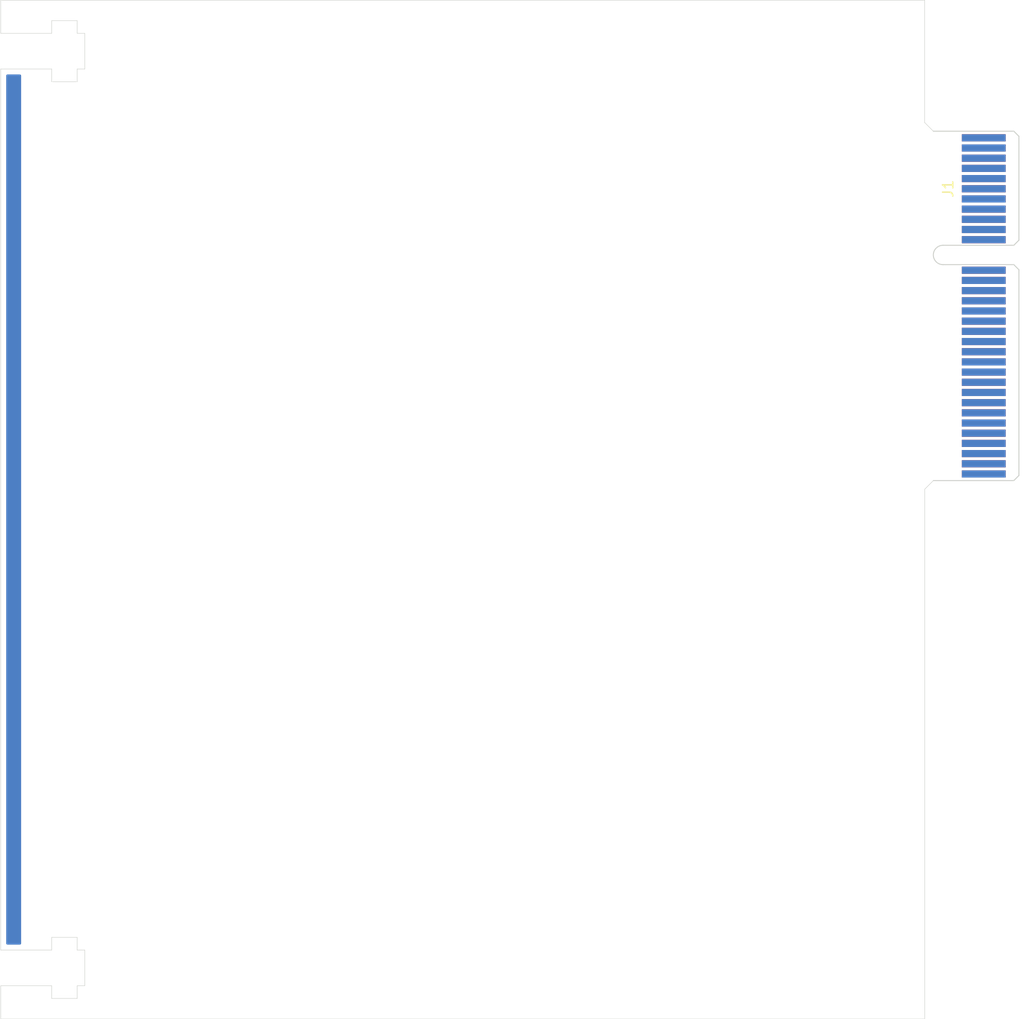
<source format=kicad_pcb>
(kicad_pcb (version 20171130) (host pcbnew 5.1.4)

  (general
    (thickness 1.6)
    (drawings 85)
    (tracks 0)
    (zones 0)
    (modules 1)
    (nets 65)
  )

  (page A4)
  (layers
    (0 F.Cu signal)
    (31 B.Cu signal)
    (32 B.Adhes user)
    (33 F.Adhes user)
    (34 B.Paste user)
    (35 F.Paste user)
    (36 B.SilkS user)
    (37 F.SilkS user)
    (38 B.Mask user)
    (39 F.Mask user)
    (40 Dwgs.User user)
    (41 Cmts.User user)
    (42 Eco1.User user)
    (43 Eco2.User user)
    (44 Edge.Cuts user)
    (45 Margin user)
    (46 B.CrtYd user)
    (47 F.CrtYd user)
    (48 B.Fab user)
    (49 F.Fab user)
  )

  (setup
    (last_trace_width 0.25)
    (trace_clearance 0.2)
    (zone_clearance 0.508)
    (zone_45_only no)
    (trace_min 0.2)
    (via_size 0.8)
    (via_drill 0.4)
    (via_min_size 0.4)
    (via_min_drill 0.3)
    (uvia_size 0.3)
    (uvia_drill 0.1)
    (uvias_allowed no)
    (uvia_min_size 0.2)
    (uvia_min_drill 0.1)
    (edge_width 0.05)
    (segment_width 0.2)
    (pcb_text_width 0.3)
    (pcb_text_size 1.5 1.5)
    (mod_edge_width 0.12)
    (mod_text_size 1 1)
    (mod_text_width 0.15)
    (pad_size 1.524 1.524)
    (pad_drill 0.762)
    (pad_to_mask_clearance 0.051)
    (solder_mask_min_width 0.25)
    (aux_axis_origin 0 0)
    (visible_elements FFFFFF7F)
    (pcbplotparams
      (layerselection 0x010fc_ffffffff)
      (usegerberextensions false)
      (usegerberattributes false)
      (usegerberadvancedattributes false)
      (creategerberjobfile false)
      (excludeedgelayer true)
      (linewidth 0.100000)
      (plotframeref false)
      (viasonmask false)
      (mode 1)
      (useauxorigin false)
      (hpglpennumber 1)
      (hpglpenspeed 20)
      (hpglpendiameter 15.000000)
      (psnegative false)
      (psa4output false)
      (plotreference true)
      (plotvalue true)
      (plotinvisibletext false)
      (padsonsilk false)
      (subtractmaskfromsilk false)
      (outputformat 1)
      (mirror false)
      (drillshape 1)
      (scaleselection 1)
      (outputdirectory ""))
  )

  (net 0 "")
  (net 1 "Net-(J1-PadA13)")
  (net 2 "Net-(J1-PadA12)")
  (net 3 "Net-(J1-PadA18)")
  (net 4 "Net-(J1-PadA17)")
  (net 5 "Net-(J1-PadA16)")
  (net 6 "Net-(J1-PadA15)")
  (net 7 "Net-(J1-PadA14)")
  (net 8 "Net-(J1-PadA11)")
  (net 9 "Net-(J1-PadA10)")
  (net 10 "Net-(J1-PadA9)")
  (net 11 "Net-(J1-PadA8)")
  (net 12 "Net-(J1-PadA7)")
  (net 13 "Net-(J1-PadA6)")
  (net 14 "Net-(J1-PadA5)")
  (net 15 "Net-(J1-PadA4)")
  (net 16 "Net-(J1-PadA3)")
  (net 17 "Net-(J1-PadA2)")
  (net 18 "Net-(J1-PadB13)")
  (net 19 "Net-(J1-PadB12)")
  (net 20 "Net-(J1-PadB18)")
  (net 21 "Net-(J1-PadB17)")
  (net 22 "Net-(J1-PadB16)")
  (net 23 "Net-(J1-PadB15)")
  (net 24 "Net-(J1-PadB14)")
  (net 25 "Net-(J1-PadB11)")
  (net 26 "Net-(J1-PadB10)")
  (net 27 "Net-(J1-PadB9)")
  (net 28 "Net-(J1-PadB8)")
  (net 29 "Net-(J1-PadB7)")
  (net 30 "Net-(J1-PadB6)")
  (net 31 "Net-(J1-PadB5)")
  (net 32 "Net-(J1-PadB4)")
  (net 33 "Net-(J1-PadB3)")
  (net 34 "Net-(J1-PadB2)")
  (net 35 "Net-(J1-PadB1)")
  (net 36 "Net-(J1-PadB19)")
  (net 37 "Net-(J1-PadB20)")
  (net 38 "Net-(J1-PadB21)")
  (net 39 "Net-(J1-PadB22)")
  (net 40 "Net-(J1-PadB23)")
  (net 41 "Net-(J1-PadB24)")
  (net 42 "Net-(J1-PadB25)")
  (net 43 "Net-(J1-PadB26)")
  (net 44 "Net-(J1-PadB27)")
  (net 45 "Net-(J1-PadB28)")
  (net 46 "Net-(J1-PadB29)")
  (net 47 "Net-(J1-PadB30)")
  (net 48 "Net-(J1-PadB32)")
  (net 49 "Net-(J1-PadA19)")
  (net 50 "Net-(J1-PadA20)")
  (net 51 "Net-(J1-PadA21)")
  (net 52 "Net-(J1-PadA22)")
  (net 53 "Net-(J1-PadA23)")
  (net 54 "Net-(J1-PadA24)")
  (net 55 "Net-(J1-PadA25)")
  (net 56 "Net-(J1-PadA26)")
  (net 57 "Net-(J1-PadA27)")
  (net 58 "Net-(J1-PadA28)")
  (net 59 "Net-(J1-PadA29)")
  (net 60 "Net-(J1-PadA30)")
  (net 61 "Net-(J1-PadA31)")
  (net 62 "Net-(J1-PadA32)")
  (net 63 "Net-(J1-PadB31)")
  (net 64 "Net-(J1-PadA1)")

  (net_class Default "To jest domyślna klasa połączeń."
    (clearance 0.2)
    (trace_width 0.25)
    (via_dia 0.8)
    (via_drill 0.4)
    (uvia_dia 0.3)
    (uvia_drill 0.1)
    (add_net "Net-(J1-PadA1)")
    (add_net "Net-(J1-PadA10)")
    (add_net "Net-(J1-PadA11)")
    (add_net "Net-(J1-PadA12)")
    (add_net "Net-(J1-PadA13)")
    (add_net "Net-(J1-PadA14)")
    (add_net "Net-(J1-PadA15)")
    (add_net "Net-(J1-PadA16)")
    (add_net "Net-(J1-PadA17)")
    (add_net "Net-(J1-PadA18)")
    (add_net "Net-(J1-PadA19)")
    (add_net "Net-(J1-PadA2)")
    (add_net "Net-(J1-PadA20)")
    (add_net "Net-(J1-PadA21)")
    (add_net "Net-(J1-PadA22)")
    (add_net "Net-(J1-PadA23)")
    (add_net "Net-(J1-PadA24)")
    (add_net "Net-(J1-PadA25)")
    (add_net "Net-(J1-PadA26)")
    (add_net "Net-(J1-PadA27)")
    (add_net "Net-(J1-PadA28)")
    (add_net "Net-(J1-PadA29)")
    (add_net "Net-(J1-PadA3)")
    (add_net "Net-(J1-PadA30)")
    (add_net "Net-(J1-PadA31)")
    (add_net "Net-(J1-PadA32)")
    (add_net "Net-(J1-PadA4)")
    (add_net "Net-(J1-PadA5)")
    (add_net "Net-(J1-PadA6)")
    (add_net "Net-(J1-PadA7)")
    (add_net "Net-(J1-PadA8)")
    (add_net "Net-(J1-PadA9)")
    (add_net "Net-(J1-PadB1)")
    (add_net "Net-(J1-PadB10)")
    (add_net "Net-(J1-PadB11)")
    (add_net "Net-(J1-PadB12)")
    (add_net "Net-(J1-PadB13)")
    (add_net "Net-(J1-PadB14)")
    (add_net "Net-(J1-PadB15)")
    (add_net "Net-(J1-PadB16)")
    (add_net "Net-(J1-PadB17)")
    (add_net "Net-(J1-PadB18)")
    (add_net "Net-(J1-PadB19)")
    (add_net "Net-(J1-PadB2)")
    (add_net "Net-(J1-PadB20)")
    (add_net "Net-(J1-PadB21)")
    (add_net "Net-(J1-PadB22)")
    (add_net "Net-(J1-PadB23)")
    (add_net "Net-(J1-PadB24)")
    (add_net "Net-(J1-PadB25)")
    (add_net "Net-(J1-PadB26)")
    (add_net "Net-(J1-PadB27)")
    (add_net "Net-(J1-PadB28)")
    (add_net "Net-(J1-PadB29)")
    (add_net "Net-(J1-PadB3)")
    (add_net "Net-(J1-PadB30)")
    (add_net "Net-(J1-PadB31)")
    (add_net "Net-(J1-PadB32)")
    (add_net "Net-(J1-PadB4)")
    (add_net "Net-(J1-PadB5)")
    (add_net "Net-(J1-PadB6)")
    (add_net "Net-(J1-PadB7)")
    (add_net "Net-(J1-PadB8)")
    (add_net "Net-(J1-PadB9)")
  )

  (module kicad-lib:BUS_PCIexpress_x4 (layer F.Cu) (tedit 5DF00CDD) (tstamp 5DF06A12)
    (at 200 83 90)
    (descr "PCIexpress Bus Edge Connector x1 http://www.ritrontek.com/uploadfile/2016/1026/20161026105231124.pdf#page=70")
    (tags PCIe)
    (path /5DEFE969)
    (attr virtual)
    (fp_text reference J1 (at 6.4935 -6.9925 90) (layer F.SilkS)
      (effects (font (size 1 1) (thickness 0.15)))
    )
    (fp_text value 10018784-10201TLF (at -2.0525 -11.5025 90) (layer F.Fab)
      (effects (font (size 1 1) (thickness 0.15)))
    )
    (fp_arc (start -0.0065 -7.4925) (end -0.9565 -7.4925) (angle 180) (layer Edge.Cuts) (width 0.1))
    (fp_text user "PCB Thickness 1.57 mm" (at 6.4935 -0.6925 270) (layer Cmts.User)
      (effects (font (size 0.5 0.5) (thickness 0.1)))
    )
    (fp_line (start -22.1565 -0.5425) (end -21.6565 -0.0425) (layer Edge.Cuts) (width 0.1))
    (fp_line (start -0.9565 -0.5425) (end -1.4565 -0.0425) (layer Edge.Cuts) (width 0.1))
    (fp_line (start 0.9435 -0.5425) (end 1.4435 -0.0425) (layer Edge.Cuts) (width 0.1))
    (fp_line (start 12.1435 -0.5425) (end 11.6435 -0.0425) (layer Edge.Cuts) (width 0.1))
    (fp_line (start -1.4565 -0.0425) (end -21.6565 -0.0425) (layer Edge.Cuts) (width 0.1))
    (fp_line (start -22.1565 -8.4425) (end -22.1565 -0.5425) (layer Edge.Cuts) (width 0.1))
    (fp_line (start 11.6435 -0.0425) (end 1.4435 -0.0425) (layer Edge.Cuts) (width 0.1))
    (fp_line (start 12.1435 -8.4425) (end 12.1435 -0.5425) (layer Edge.Cuts) (width 0.1))
    (fp_line (start -0.9565 -7.4925) (end -0.9565 -0.5425) (layer Edge.Cuts) (width 0.1))
    (fp_line (start 0.9435 -7.4925) (end 0.9435 -0.5425) (layer Edge.Cuts) (width 0.1))
    (fp_line (start -22.6565 0.4575) (end 12.6435 0.4575) (layer F.CrtYd) (width 0.05))
    (fp_line (start -22.6565 0.4575) (end -22.6565 -8.9425) (layer F.CrtYd) (width 0.05))
    (fp_line (start 12.6435 -8.9425) (end 12.6435 0.4575) (layer F.CrtYd) (width 0.05))
    (fp_line (start 12.6435 -8.9425) (end -22.6565 -8.9425) (layer F.CrtYd) (width 0.05))
    (fp_text user %R (at -4.5065 -6.9925 90) (layer F.Fab)
      (effects (font (size 1 1) (thickness 0.15)))
    )
    (pad A13 connect rect (at -2.5065 -3.4925 90) (size 0.7 4.3) (layers B.Cu B.Mask)
      (net 1 "Net-(J1-PadA13)"))
    (pad A12 connect rect (at -1.5065 -3.4925 90) (size 0.7 4.3) (layers B.Cu B.Mask)
      (net 2 "Net-(J1-PadA12)"))
    (pad A18 connect rect (at -7.5065 -3.4925 90) (size 0.7 4.3) (layers B.Cu B.Mask)
      (net 3 "Net-(J1-PadA18)"))
    (pad A17 connect rect (at -6.5065 -3.4925 90) (size 0.7 4.3) (layers B.Cu B.Mask)
      (net 4 "Net-(J1-PadA17)"))
    (pad A16 connect rect (at -5.5065 -3.4925 90) (size 0.7 4.3) (layers B.Cu B.Mask)
      (net 5 "Net-(J1-PadA16)"))
    (pad A15 connect rect (at -4.5065 -3.4925 90) (size 0.7 4.3) (layers B.Cu B.Mask)
      (net 6 "Net-(J1-PadA15)"))
    (pad A14 connect rect (at -3.5065 -3.4925 90) (size 0.7 4.3) (layers B.Cu B.Mask)
      (net 7 "Net-(J1-PadA14)"))
    (pad A11 connect rect (at 1.4935 -3.4925 90) (size 0.7 4.3) (layers B.Cu B.Mask)
      (net 8 "Net-(J1-PadA11)"))
    (pad A10 connect rect (at 2.4935 -3.4925 90) (size 0.7 4.3) (layers B.Cu B.Mask)
      (net 9 "Net-(J1-PadA10)"))
    (pad A9 connect rect (at 3.4935 -3.4925 90) (size 0.7 4.3) (layers B.Cu B.Mask)
      (net 10 "Net-(J1-PadA9)"))
    (pad A8 connect rect (at 4.4935 -3.4925 90) (size 0.7 4.3) (layers B.Cu B.Mask)
      (net 11 "Net-(J1-PadA8)"))
    (pad A7 connect rect (at 5.4935 -3.4925 90) (size 0.7 4.3) (layers B.Cu B.Mask)
      (net 12 "Net-(J1-PadA7)"))
    (pad A6 connect rect (at 6.4935 -3.4925 90) (size 0.7 4.3) (layers B.Cu B.Mask)
      (net 13 "Net-(J1-PadA6)"))
    (pad A5 connect rect (at 7.4935 -3.4925 90) (size 0.7 4.3) (layers B.Cu B.Mask)
      (net 14 "Net-(J1-PadA5)"))
    (pad A4 connect rect (at 8.4935 -3.4925 90) (size 0.7 4.3) (layers B.Cu B.Mask)
      (net 15 "Net-(J1-PadA4)"))
    (pad A3 connect rect (at 9.4935 -3.4925 90) (size 0.7 4.3) (layers B.Cu B.Mask)
      (net 16 "Net-(J1-PadA3)"))
    (pad A2 connect rect (at 10.4935 -3.4925 90) (size 0.7 4.3) (layers B.Cu B.Mask)
      (net 17 "Net-(J1-PadA2)"))
    (pad B13 connect rect (at -2.5065 -3.4925 90) (size 0.7 4.3) (layers F.Cu F.Mask)
      (net 18 "Net-(J1-PadB13)"))
    (pad B12 connect rect (at -1.5065 -3.4925 90) (size 0.7 4.3) (layers F.Cu F.Mask)
      (net 19 "Net-(J1-PadB12)"))
    (pad B18 connect rect (at -7.5065 -3.4925 90) (size 0.7 4.3) (layers F.Cu F.Mask)
      (net 20 "Net-(J1-PadB18)"))
    (pad B17 connect rect (at -6.5065 -3.4925 90) (size 0.7 4.3) (layers F.Cu F.Mask)
      (net 21 "Net-(J1-PadB17)"))
    (pad B16 connect rect (at -5.5065 -3.4925 90) (size 0.7 4.3) (layers F.Cu F.Mask)
      (net 22 "Net-(J1-PadB16)"))
    (pad B15 connect rect (at -4.5065 -3.4925 90) (size 0.7 4.3) (layers F.Cu F.Mask)
      (net 23 "Net-(J1-PadB15)"))
    (pad B14 connect rect (at -3.5065 -3.4925 90) (size 0.7 4.3) (layers F.Cu F.Mask)
      (net 24 "Net-(J1-PadB14)"))
    (pad B11 connect rect (at 1.4935 -3.4925 90) (size 0.7 4.3) (layers F.Cu F.Mask)
      (net 25 "Net-(J1-PadB11)"))
    (pad B10 connect rect (at 2.4935 -3.4925 90) (size 0.7 4.3) (layers F.Cu F.Mask)
      (net 26 "Net-(J1-PadB10)"))
    (pad B9 connect rect (at 3.4935 -3.4925 90) (size 0.7 4.3) (layers F.Cu F.Mask)
      (net 27 "Net-(J1-PadB9)"))
    (pad B8 connect rect (at 4.4935 -3.4925 90) (size 0.7 4.3) (layers F.Cu F.Mask)
      (net 28 "Net-(J1-PadB8)"))
    (pad B7 connect rect (at 5.4935 -3.4925 90) (size 0.7 4.3) (layers F.Cu F.Mask)
      (net 29 "Net-(J1-PadB7)"))
    (pad B6 connect rect (at 6.4935 -3.4925 90) (size 0.7 4.3) (layers F.Cu F.Mask)
      (net 30 "Net-(J1-PadB6)"))
    (pad B5 connect rect (at 7.4935 -3.4925 90) (size 0.7 4.3) (layers F.Cu F.Mask)
      (net 31 "Net-(J1-PadB5)"))
    (pad B4 connect rect (at 8.4935 -3.4925 90) (size 0.7 4.3) (layers F.Cu F.Mask)
      (net 32 "Net-(J1-PadB4)"))
    (pad B3 connect rect (at 9.4935 -3.4925 90) (size 0.7 4.3) (layers F.Cu F.Mask)
      (net 33 "Net-(J1-PadB3)"))
    (pad B2 connect rect (at 10.4935 -3.4925 90) (size 0.7 4.3) (layers F.Cu F.Mask)
      (net 34 "Net-(J1-PadB2)"))
    (pad B1 connect rect (at 11.4935 -3.4925 90) (size 0.7 4.3) (layers F.Cu F.Mask)
      (net 35 "Net-(J1-PadB1)"))
    (pad B19 connect rect (at -8.5065 -3.4925 90) (size 0.7 4.3) (layers F.Cu F.Mask)
      (net 36 "Net-(J1-PadB19)"))
    (pad B20 connect rect (at -9.5065 -3.4925 90) (size 0.7 4.3) (layers F.Cu F.Mask)
      (net 37 "Net-(J1-PadB20)"))
    (pad B21 connect rect (at -10.5065 -3.4925 90) (size 0.7 4.3) (layers F.Cu F.Mask)
      (net 38 "Net-(J1-PadB21)"))
    (pad B22 connect rect (at -11.5065 -3.4925 90) (size 0.7 4.3) (layers F.Cu F.Mask)
      (net 39 "Net-(J1-PadB22)"))
    (pad B23 connect rect (at -12.5065 -3.4925 90) (size 0.7 4.3) (layers F.Cu F.Mask)
      (net 40 "Net-(J1-PadB23)"))
    (pad B24 connect rect (at -13.5065 -3.4925 90) (size 0.7 4.3) (layers F.Cu F.Mask)
      (net 41 "Net-(J1-PadB24)"))
    (pad B25 connect rect (at -14.5065 -3.4925 90) (size 0.7 4.3) (layers F.Cu F.Mask)
      (net 42 "Net-(J1-PadB25)"))
    (pad B26 connect rect (at -15.5065 -3.4925 90) (size 0.7 4.3) (layers F.Cu F.Mask)
      (net 43 "Net-(J1-PadB26)"))
    (pad B27 connect rect (at -16.5065 -3.4925 90) (size 0.7 4.3) (layers F.Cu F.Mask)
      (net 44 "Net-(J1-PadB27)"))
    (pad B28 connect rect (at -17.5065 -3.4925 90) (size 0.7 4.3) (layers F.Cu F.Mask)
      (net 45 "Net-(J1-PadB28)"))
    (pad B29 connect rect (at -18.5065 -3.4925 90) (size 0.7 4.3) (layers F.Cu F.Mask)
      (net 46 "Net-(J1-PadB29)"))
    (pad B30 connect rect (at -19.5065 -3.4925 90) (size 0.7 4.3) (layers F.Cu F.Mask)
      (net 47 "Net-(J1-PadB30)"))
    (pad B32 connect rect (at -21.5065 -3.4925 90) (size 0.7 4.3) (layers F.Cu F.Mask)
      (net 48 "Net-(J1-PadB32)"))
    (pad A19 connect rect (at -8.5065 -3.4925 90) (size 0.7 4.3) (layers B.Cu B.Mask)
      (net 49 "Net-(J1-PadA19)"))
    (pad A20 connect rect (at -9.5065 -3.4925 90) (size 0.7 4.3) (layers B.Cu B.Mask)
      (net 50 "Net-(J1-PadA20)"))
    (pad A21 connect rect (at -10.5065 -3.4925 90) (size 0.7 4.3) (layers B.Cu B.Mask)
      (net 51 "Net-(J1-PadA21)"))
    (pad A22 connect rect (at -11.5065 -3.4925 90) (size 0.7 4.3) (layers B.Cu B.Mask)
      (net 52 "Net-(J1-PadA22)"))
    (pad A23 connect rect (at -12.5065 -3.4925 90) (size 0.7 4.3) (layers B.Cu B.Mask)
      (net 53 "Net-(J1-PadA23)"))
    (pad A24 connect rect (at -13.5065 -3.4925 90) (size 0.7 4.3) (layers B.Cu B.Mask)
      (net 54 "Net-(J1-PadA24)"))
    (pad A25 connect rect (at -14.5065 -3.4925 90) (size 0.7 4.3) (layers B.Cu B.Mask)
      (net 55 "Net-(J1-PadA25)"))
    (pad A26 connect rect (at -15.5065 -3.4925 90) (size 0.7 4.3) (layers B.Cu B.Mask)
      (net 56 "Net-(J1-PadA26)"))
    (pad A27 connect rect (at -16.5065 -3.4925 90) (size 0.7 4.3) (layers B.Cu B.Mask)
      (net 57 "Net-(J1-PadA27)"))
    (pad A28 connect rect (at -17.5065 -3.4925 90) (size 0.7 4.3) (layers B.Cu B.Mask)
      (net 58 "Net-(J1-PadA28)"))
    (pad A29 connect rect (at -18.5065 -3.4925 90) (size 0.7 4.3) (layers B.Cu B.Mask)
      (net 59 "Net-(J1-PadA29)"))
    (pad A30 connect rect (at -19.5065 -3.4925 90) (size 0.7 4.3) (layers B.Cu B.Mask)
      (net 60 "Net-(J1-PadA30)"))
    (pad A31 connect rect (at -20.5065 -3.4925 90) (size 0.7 4.3) (layers B.Cu B.Mask)
      (net 61 "Net-(J1-PadA31)"))
    (pad A32 connect rect (at -21.5065 -3.4925 90) (size 0.7 4.3) (layers B.Cu B.Mask)
      (net 62 "Net-(J1-PadA32)"))
    (pad B31 connect rect (at -20.5105 -3.4925 90) (size 0.7 4.3) (layers F.Cu F.Mask)
      (net 63 "Net-(J1-PadB31)"))
    (pad A1 connect rect (at 11.4935 -3.4925 90) (size 0.7 4.3) (layers B.Cu B.Mask)
      (net 64 "Net-(J1-PadA1)"))
  )

  (gr_line (start 190.714 106) (end 190.714 158) (layer Edge.Cuts) (width 0.05))
  (gr_line (start 191.5575 105.1565) (end 190.714 106) (layer Edge.Cuts) (width 0.05))
  (gr_line (start 190.701 70) (end 190.701 58) (layer Edge.Cuts) (width 0.05))
  (gr_line (start 191.5575 70.8565) (end 190.701 70) (layer Edge.Cuts) (width 0.05))
  (gr_line (start 110 149) (end 110 157) (layer Dwgs.User) (width 0.15) (tstamp 5DC8013B))
  (gr_line (start 110 157) (end 100 157) (layer Dwgs.User) (width 0.15) (tstamp 5DC8013A))
  (gr_line (start 100 149) (end 110 149) (layer Dwgs.User) (width 0.15) (tstamp 5DC80139))
  (gr_line (start 110 67) (end 100 67) (layer Dwgs.User) (width 0.15))
  (gr_line (start 110 59) (end 110 67) (layer Dwgs.User) (width 0.15))
  (gr_line (start 100 59) (end 110 59) (layer Dwgs.User) (width 0.15))
  (gr_line (start 100 154.75) (end 100 158) (layer Edge.Cuts) (width 0.05) (tstamp 5DC7FF92))
  (gr_line (start 105 151.25) (end 105 150) (layer Edge.Cuts) (width 0.05) (tstamp 5DC7FF80))
  (gr_line (start 107.25 155.75) (end 105.1 155.75) (layer Dwgs.User) (width 0.15) (tstamp 5DC7FF7F))
  (gr_line (start 107.5 151.25) (end 108.25 151.25) (layer Edge.Cuts) (width 0.05) (tstamp 5DC7FF7E))
  (gr_line (start 105.1 150.25) (end 107.25 150.25) (layer Dwgs.User) (width 0.15) (tstamp 5DC7FF7D))
  (gr_line (start 107.5 154.75) (end 107.5 156) (layer Edge.Cuts) (width 0.05) (tstamp 5DC7FF7C))
  (gr_line (start 105 154.75) (end 100 154.75) (layer Edge.Cuts) (width 0.05) (tstamp 5DC7FF7B))
  (gr_line (start 100 151.25) (end 105 151.25) (layer Edge.Cuts) (width 0.05) (tstamp 5DC7FF7A))
  (gr_line (start 105 150) (end 107.5 150) (layer Edge.Cuts) (width 0.05) (tstamp 5DC7FF79))
  (gr_line (start 105 156) (end 105 154.75) (layer Edge.Cuts) (width 0.05) (tstamp 5DC7FF78))
  (gr_line (start 107.5 156) (end 105 156) (layer Edge.Cuts) (width 0.05) (tstamp 5DC7FF77))
  (gr_line (start 105.1 155.75) (end 105.1 150.25) (layer Dwgs.User) (width 0.15) (tstamp 5DC7FF76))
  (gr_line (start 108.25 154.75) (end 107.5 154.75) (layer Edge.Cuts) (width 0.05) (tstamp 5DC7FF75))
  (gr_line (start 107.5 150) (end 107.5 151.25) (layer Edge.Cuts) (width 0.05) (tstamp 5DC7FF74))
  (gr_line (start 107.25 150.25) (end 107.25 155.75) (layer Dwgs.User) (width 0.15) (tstamp 5DC7FF73))
  (gr_line (start 108.25 151.25) (end 108.25 154.75) (layer Edge.Cuts) (width 0.05) (tstamp 5DC7FF72))
  (gr_line (start 100 58) (end 100 61.25) (layer Edge.Cuts) (width 0.05) (tstamp 5DC7FED3))
  (gr_line (start 105 64.75) (end 100 64.75) (layer Edge.Cuts) (width 0.05))
  (gr_line (start 105 66) (end 105 64.75) (layer Edge.Cuts) (width 0.05))
  (gr_line (start 107.5 66) (end 105 66) (layer Edge.Cuts) (width 0.05))
  (gr_line (start 107.5 64.75) (end 107.5 66) (layer Edge.Cuts) (width 0.05))
  (gr_line (start 108.25 64.75) (end 107.5 64.75) (layer Edge.Cuts) (width 0.05))
  (gr_line (start 108.25 61.25) (end 108.25 64.75) (layer Edge.Cuts) (width 0.05))
  (gr_line (start 107.5 61.25) (end 108.25 61.25) (layer Edge.Cuts) (width 0.05))
  (gr_line (start 107.5 60) (end 107.5 61.25) (layer Edge.Cuts) (width 0.05))
  (gr_line (start 105 60) (end 107.5 60) (layer Edge.Cuts) (width 0.05))
  (gr_line (start 105 61.25) (end 105 60) (layer Edge.Cuts) (width 0.05))
  (gr_line (start 100 61.25) (end 105 61.25) (layer Edge.Cuts) (width 0.05))
  (gr_line (start 105.1 60.25) (end 107.25 60.25) (layer Dwgs.User) (width 0.15) (tstamp 5DC7FE53))
  (gr_line (start 105.1 65.75) (end 105.1 60.25) (layer Dwgs.User) (width 0.15))
  (gr_line (start 107.25 65.75) (end 105.1 65.75) (layer Dwgs.User) (width 0.15))
  (gr_line (start 107.25 60.25) (end 107.25 65.75) (layer Dwgs.User) (width 0.15))
  (gr_line (start 102 151.5) (end 101 154.5) (layer Dwgs.User) (width 0.15) (tstamp 5DC7FDBE))
  (gr_line (start 101.5 151.5) (end 100.5 154.5) (layer Dwgs.User) (width 0.15) (tstamp 5DC7FDBD))
  (gr_line (start 103 151.5) (end 102 154.5) (layer Dwgs.User) (width 0.15) (tstamp 5DC7FDBC))
  (gr_line (start 100.5 151.5) (end 100 153) (layer Dwgs.User) (width 0.15) (tstamp 5DC7FDBB))
  (gr_line (start 105 151.5) (end 104 154.5) (layer Dwgs.User) (width 0.15) (tstamp 5DC7FDBA))
  (gr_line (start 101 151.5) (end 100 154.5) (layer Dwgs.User) (width 0.15) (tstamp 5DC7FDB9))
  (gr_line (start 106.5 151.5) (end 105.5 154.5) (layer Dwgs.User) (width 0.15) (tstamp 5DC7FDB8))
  (gr_line (start 107 151.5) (end 106 154.5) (layer Dwgs.User) (width 0.15) (tstamp 5DC7FDB7))
  (gr_line (start 104 151.5) (end 103 154.5) (layer Dwgs.User) (width 0.15) (tstamp 5DC7FDB6))
  (gr_line (start 105.5 151.5) (end 104.5 154.5) (layer Dwgs.User) (width 0.15) (tstamp 5DC7FDB5))
  (gr_line (start 100 151.5) (end 108 151.5) (layer Dwgs.User) (width 0.15) (tstamp 5DC7FDB4))
  (gr_line (start 108 151.5) (end 107 154.5) (layer Dwgs.User) (width 0.15) (tstamp 5DC7FDB2))
  (gr_line (start 108 154.5) (end 100 154.5) (layer Dwgs.User) (width 0.15) (tstamp 5DC7FDB1))
  (gr_line (start 106 151.5) (end 105 154.5) (layer Dwgs.User) (width 0.15) (tstamp 5DC7FDB0))
  (gr_line (start 108 153) (end 107.5 154.5) (layer Dwgs.User) (width 0.15) (tstamp 5DC7FDAF))
  (gr_line (start 102.5 151.5) (end 101.5 154.5) (layer Dwgs.User) (width 0.15) (tstamp 5DC7FDAE))
  (gr_line (start 107.5 151.5) (end 106.5 154.5) (layer Dwgs.User) (width 0.15) (tstamp 5DC7FDAD))
  (gr_line (start 103.5 151.5) (end 102.5 154.5) (layer Dwgs.User) (width 0.15) (tstamp 5DC7FDAC))
  (gr_line (start 108 151.5) (end 108 154.5) (layer Dwgs.User) (width 0.15) (tstamp 5DC7FDAB))
  (gr_line (start 104.5 151.5) (end 103.5 154.5) (layer Dwgs.User) (width 0.15) (tstamp 5DC7FDAA))
  (gr_line (start 100.5 61.5) (end 100 63) (layer Dwgs.User) (width 0.15) (tstamp 5DC7FDA0))
  (gr_line (start 101 61.5) (end 100 64.5) (layer Dwgs.User) (width 0.15) (tstamp 5DC7FD9B))
  (gr_line (start 101.5 61.5) (end 100.5 64.5) (layer Dwgs.User) (width 0.15))
  (gr_line (start 102 61.5) (end 101 64.5) (layer Dwgs.User) (width 0.15))
  (gr_line (start 102.5 61.5) (end 101.5 64.5) (layer Dwgs.User) (width 0.15))
  (gr_line (start 103 61.5) (end 102 64.5) (layer Dwgs.User) (width 0.15))
  (gr_line (start 103.5 61.5) (end 102.5 64.5) (layer Dwgs.User) (width 0.15))
  (gr_line (start 104 61.5) (end 103 64.5) (layer Dwgs.User) (width 0.15))
  (gr_line (start 104.5 61.5) (end 103.5 64.5) (layer Dwgs.User) (width 0.15))
  (gr_line (start 105 61.5) (end 104 64.5) (layer Dwgs.User) (width 0.15))
  (gr_line (start 105.5 61.5) (end 104.5 64.5) (layer Dwgs.User) (width 0.15))
  (gr_line (start 106 61.5) (end 105 64.5) (layer Dwgs.User) (width 0.15))
  (gr_line (start 106.5 61.5) (end 105.5 64.5) (layer Dwgs.User) (width 0.15))
  (gr_line (start 107 61.5) (end 106 64.5) (layer Dwgs.User) (width 0.15))
  (gr_line (start 107.5 61.5) (end 106.5 64.5) (layer Dwgs.User) (width 0.15))
  (gr_line (start 108 61.5) (end 107 64.5) (layer Dwgs.User) (width 0.15))
  (gr_line (start 108 63) (end 107.5 64.5) (layer Dwgs.User) (width 0.15))
  (gr_line (start 108 64.5) (end 100 64.5) (layer Dwgs.User) (width 0.15))
  (gr_line (start 108 61.5) (end 108 64.5) (layer Dwgs.User) (width 0.15))
  (gr_line (start 100 61.5) (end 108 61.5) (layer Dwgs.User) (width 0.15))
  (gr_line (start 100 151.25) (end 100 64.75) (layer Edge.Cuts) (width 0.05) (tstamp 5DBB7726))
  (gr_line (start 190.714 158) (end 100 158) (layer Edge.Cuts) (width 0.05))
  (gr_line (start 100 58) (end 190.701 58) (layer Edge.Cuts) (width 0.05))

  (zone (net 0) (net_name "") (layer B.Cu) (tstamp 0) (hatch edge 0.508)
    (connect_pads yes (clearance 0.508))
    (min_thickness 0.254)
    (fill yes (arc_segments 32) (thermal_gap 0.508) (thermal_bridge_width 0.508))
    (polygon
      (pts
        (xy 100 64.75) (xy 102 64.75) (xy 102 151.25) (xy 100 151.25)
      )
    )
    (filled_polygon
      (pts
        (xy 101.873 150.59) (xy 100.66 150.59) (xy 100.66 65.41) (xy 101.873 65.41)
      )
    )
  )
  (zone (net 0) (net_name "") (layer B.Mask) (tstamp 0) (hatch edge 0.508)
    (connect_pads (clearance 0.508))
    (min_thickness 0.254)
    (fill yes (arc_segments 32) (thermal_gap 0.508) (thermal_bridge_width 0.508))
    (polygon
      (pts
        (xy 102 151.25) (xy 100 151.25) (xy 100 64.75) (xy 102 64.75)
      )
    )
    (filled_polygon
      (pts
        (xy 101.873 151.123) (xy 100.127 151.123) (xy 100.127 64.877) (xy 101.873 64.877)
      )
    )
  )
)

</source>
